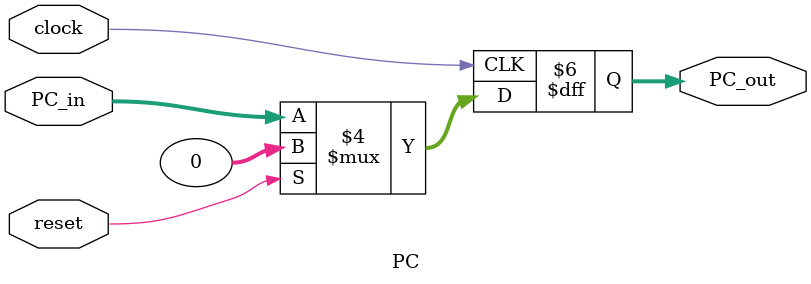
<source format=v>
module PC(clock, reset, PC_in, PC_out);
	
	parameter Addr_W = 32;
	input clock, reset;
	input [Addr_W-1:0] PC_in;
	output reg [Addr_W-1:0] PC_out;
	
	always @ (posedge clock) begin
		if(reset==1'b1)
			PC_out<=0;
		else
			PC_out<=PC_in;
	end
endmodule

</source>
